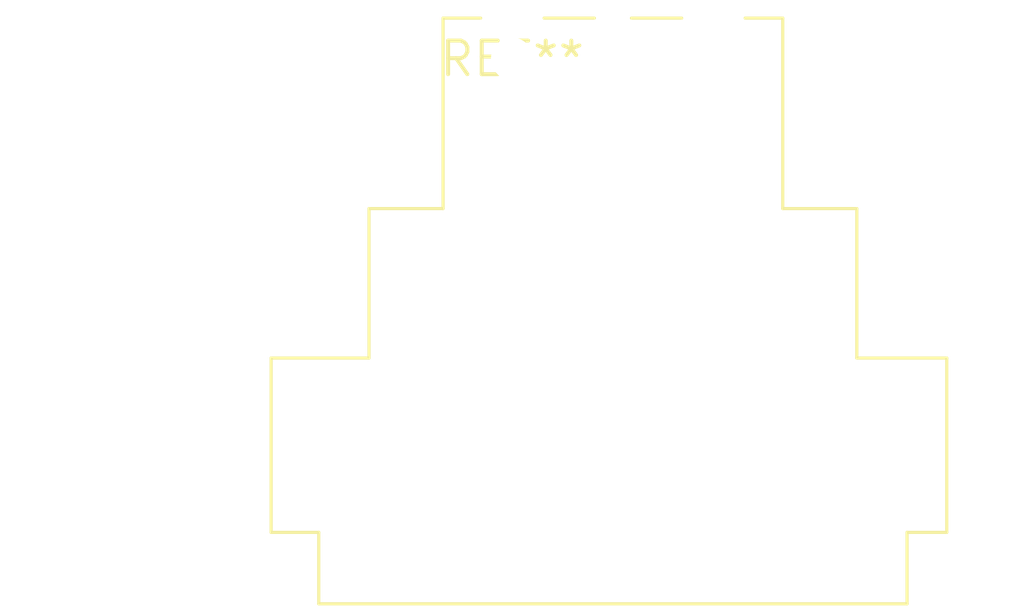
<source format=kicad_pcb>
(kicad_pcb (version 20240108) (generator pcbnew)
  (layers (0 "F.Cu" signal) (31 "B.Cu" signal) (34 "B.Paste" user) (35 "F.Paste" user) (36 "B.SilkS" user "B.Silkscreen") (37 "F.SilkS" user "F.Silkscreen") (38 "B.Mask" user) (39 "F.Mask" user) (44 "Edge.Cuts" user))
  (net 0 "")
  (footprint "Jack_XLR_Neutrik_NC3MAH-0_Horizontal" (layer "F.Cu") (at 0 0)
    (property "Reference" "REF**")
    (property "Value" "Jack_XLR_Neutrik_NC3MAH-0_Horizontal")
    (fp_line (start -9.11 11.31) (end -5.41 11.31) (layer "F.SilkS") (stroke (width 0.12)))
    (fp_line (start -9.11 17.9) (end -9.11 11.31) (layer "F.SilkS") (stroke (width 0.12)))
    (fp_line (start -7.31 17.9) (end -9.11 17.9) (layer "F.SilkS") (stroke (width 0.12)))
    (fp_line (start -7.31 17.9) (end -7.31 20.6) (layer "F.SilkS") (stroke (width 0.12)))
    (fp_line (start -5.41 11.31) (end -5.41 5.66) (layer "F.SilkS") (stroke (width 0.12)))
    (fp_line (start -2.61 5.66) (end -5.41 5.66) (layer "F.SilkS") (stroke (width 0.12)))
    (fp_line (start -2.61 5.66) (end -2.61 -1.54) (layer "F.SilkS") (stroke (width 0.12)))
    (fp_line (start -1.19 -1.54) (end -2.61 -1.54) (layer "F.SilkS") (stroke (width 0.12)))
    (fp_line (start 3.11 -1.54) (end 1.21 -1.54) (layer "F.SilkS") (stroke (width 0.12)))
    (fp_line (start 4.51 -1.54) (end 6.41 -1.54) (layer "F.SilkS") (stroke (width 0.12)))
    (fp_line (start 10.23 -1.54) (end 8.81 -1.54) (layer "F.SilkS") (stroke (width 0.12)))
    (fp_line (start 10.23 5.66) (end 10.23 -1.54) (layer "F.SilkS") (stroke (width 0.12)))
    (fp_line (start 10.23 5.66) (end 13.03 5.66) (layer "F.SilkS") (stroke (width 0.12)))
    (fp_line (start 13.03 11.31) (end 13.03 5.66) (layer "F.SilkS") (stroke (width 0.12)))
    (fp_line (start 13.03 11.31) (end 16.43 11.31) (layer "F.SilkS") (stroke (width 0.12)))
    (fp_line (start 14.93 17.9) (end 14.93 20.6) (layer "F.SilkS") (stroke (width 0.12)))
    (fp_line (start 14.93 20.6) (end -7.31 20.6) (layer "F.SilkS") (stroke (width 0.12)))
    (fp_line (start 16.43 17.9) (end 14.93 17.9) (layer "F.SilkS") (stroke (width 0.12)))
    (fp_line (start 16.43 17.9) (end 16.43 11.31) (layer "F.SilkS") (stroke (width 0.12)))
    (pad "" np_thru_hole circle (at 0 8.89) (size 1.6 1.6) (drill 1.6) (layers *.Cu *.Mask))
    (pad "" np_thru_hole circle (at 7.62 13.97) (size 1.6 1.6) (drill 1.6) (layers *.Cu *.Mask))
    (pad "1" thru_hole circle (at 0 0) (size 3.4 3.4) (drill 1.6) (layers *.Cu *.Mask) (remove_unused_layers))
    (pad "2" thru_hole circle (at 7.62 0) (size 3.4 3.4) (drill 1.6) (layers *.Cu *.Mask) (remove_unused_layers))
    (pad "3" thru_hole circle (at 3.81 0) (size 2.9 2.9) (drill 1.2) (layers *.Cu *.Mask) (remove_unused_layers))
    (pad "G" thru_hole circle (at 3.81 5.08) (size 2.9 2.9) (drill 1.2) (layers *.Cu *.Mask) (remove_unused_layers))
  )
)
</source>
